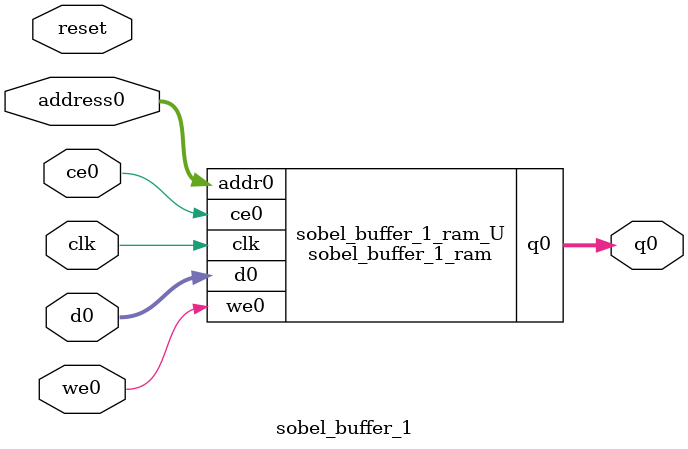
<source format=v>
`timescale 1 ns / 1 ps
module sobel_buffer_1_ram (addr0, ce0, d0, we0, q0,  clk);

parameter DWIDTH = 16;
parameter AWIDTH = 11;
parameter MEM_SIZE = 1280;

input[AWIDTH-1:0] addr0;
input ce0;
input[DWIDTH-1:0] d0;
input we0;
output reg[DWIDTH-1:0] q0;
input clk;

reg [DWIDTH-1:0] ram[0:MEM_SIZE-1];




always @(posedge clk)  
begin 
    if (ce0) begin
        if (we0) 
            ram[addr0] <= d0; 
        q0 <= ram[addr0];
    end
end


endmodule

`timescale 1 ns / 1 ps
module sobel_buffer_1(
    reset,
    clk,
    address0,
    ce0,
    we0,
    d0,
    q0);

parameter DataWidth = 32'd16;
parameter AddressRange = 32'd1280;
parameter AddressWidth = 32'd11;
input reset;
input clk;
input[AddressWidth - 1:0] address0;
input ce0;
input we0;
input[DataWidth - 1:0] d0;
output[DataWidth - 1:0] q0;



sobel_buffer_1_ram sobel_buffer_1_ram_U(
    .clk( clk ),
    .addr0( address0 ),
    .ce0( ce0 ),
    .we0( we0 ),
    .d0( d0 ),
    .q0( q0 ));

endmodule


</source>
